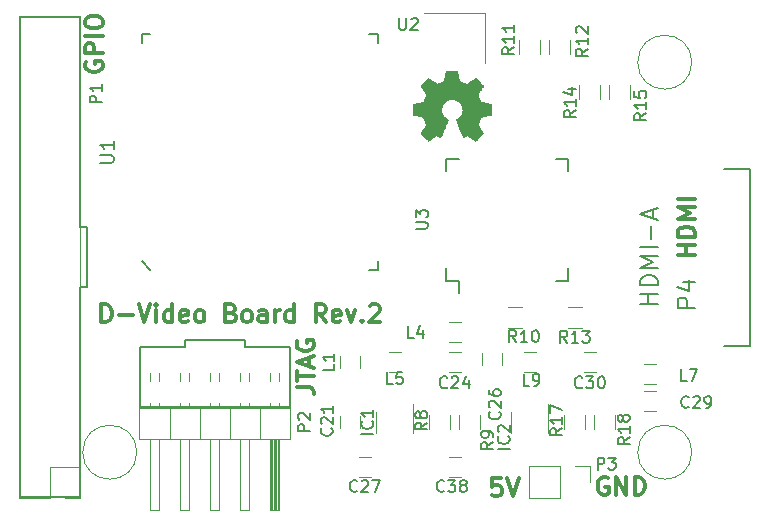
<source format=gto>
G04 #@! TF.FileFunction,Legend,Top*
%FSLAX46Y46*%
G04 Gerber Fmt 4.6, Leading zero omitted, Abs format (unit mm)*
G04 Created by KiCad (PCBNEW 4.0.4-stable) date 04/10/17 21:25:14*
%MOMM*%
%LPD*%
G01*
G04 APERTURE LIST*
%ADD10C,0.100000*%
%ADD11C,0.300000*%
%ADD12C,0.200000*%
%ADD13C,0.150000*%
%ADD14C,0.120000*%
%ADD15C,0.203200*%
%ADD16C,0.010000*%
G04 APERTURE END LIST*
D10*
D11*
X113605571Y-75791000D02*
X114677000Y-75791000D01*
X114891286Y-75862428D01*
X115034143Y-76005285D01*
X115105571Y-76219571D01*
X115105571Y-76362428D01*
X113605571Y-75291000D02*
X113605571Y-74433857D01*
X115105571Y-74862428D02*
X113605571Y-74862428D01*
X114677000Y-74005286D02*
X114677000Y-73291000D01*
X115105571Y-74148143D02*
X113605571Y-73648143D01*
X115105571Y-73148143D01*
X113677000Y-71862429D02*
X113605571Y-72005286D01*
X113605571Y-72219572D01*
X113677000Y-72433857D01*
X113819857Y-72576715D01*
X113962714Y-72648143D01*
X114248429Y-72719572D01*
X114462714Y-72719572D01*
X114748429Y-72648143D01*
X114891286Y-72576715D01*
X115034143Y-72433857D01*
X115105571Y-72219572D01*
X115105571Y-72076715D01*
X115034143Y-71862429D01*
X114962714Y-71791000D01*
X114462714Y-71791000D01*
X114462714Y-72076715D01*
X95770000Y-48236000D02*
X95698571Y-48378857D01*
X95698571Y-48593143D01*
X95770000Y-48807428D01*
X95912857Y-48950286D01*
X96055714Y-49021714D01*
X96341429Y-49093143D01*
X96555714Y-49093143D01*
X96841429Y-49021714D01*
X96984286Y-48950286D01*
X97127143Y-48807428D01*
X97198571Y-48593143D01*
X97198571Y-48450286D01*
X97127143Y-48236000D01*
X97055714Y-48164571D01*
X96555714Y-48164571D01*
X96555714Y-48450286D01*
X97198571Y-47521714D02*
X95698571Y-47521714D01*
X95698571Y-46950286D01*
X95770000Y-46807428D01*
X95841429Y-46736000D01*
X95984286Y-46664571D01*
X96198571Y-46664571D01*
X96341429Y-46736000D01*
X96412857Y-46807428D01*
X96484286Y-46950286D01*
X96484286Y-47521714D01*
X97198571Y-46021714D02*
X95698571Y-46021714D01*
X95698571Y-45021714D02*
X95698571Y-44736000D01*
X95770000Y-44593142D01*
X95912857Y-44450285D01*
X96198571Y-44378857D01*
X96698571Y-44378857D01*
X96984286Y-44450285D01*
X97127143Y-44593142D01*
X97198571Y-44736000D01*
X97198571Y-45021714D01*
X97127143Y-45164571D01*
X96984286Y-45307428D01*
X96698571Y-45378857D01*
X96198571Y-45378857D01*
X95912857Y-45307428D01*
X95770000Y-45164571D01*
X95698571Y-45021714D01*
X97089001Y-70274571D02*
X97089001Y-68774571D01*
X97446144Y-68774571D01*
X97660429Y-68846000D01*
X97803287Y-68988857D01*
X97874715Y-69131714D01*
X97946144Y-69417429D01*
X97946144Y-69631714D01*
X97874715Y-69917429D01*
X97803287Y-70060286D01*
X97660429Y-70203143D01*
X97446144Y-70274571D01*
X97089001Y-70274571D01*
X98589001Y-69703143D02*
X99731858Y-69703143D01*
X100231858Y-68774571D02*
X100731858Y-70274571D01*
X101231858Y-68774571D01*
X101731858Y-70274571D02*
X101731858Y-69274571D01*
X101731858Y-68774571D02*
X101660429Y-68846000D01*
X101731858Y-68917429D01*
X101803286Y-68846000D01*
X101731858Y-68774571D01*
X101731858Y-68917429D01*
X103089001Y-70274571D02*
X103089001Y-68774571D01*
X103089001Y-70203143D02*
X102946144Y-70274571D01*
X102660430Y-70274571D01*
X102517572Y-70203143D01*
X102446144Y-70131714D01*
X102374715Y-69988857D01*
X102374715Y-69560286D01*
X102446144Y-69417429D01*
X102517572Y-69346000D01*
X102660430Y-69274571D01*
X102946144Y-69274571D01*
X103089001Y-69346000D01*
X104374715Y-70203143D02*
X104231858Y-70274571D01*
X103946144Y-70274571D01*
X103803287Y-70203143D01*
X103731858Y-70060286D01*
X103731858Y-69488857D01*
X103803287Y-69346000D01*
X103946144Y-69274571D01*
X104231858Y-69274571D01*
X104374715Y-69346000D01*
X104446144Y-69488857D01*
X104446144Y-69631714D01*
X103731858Y-69774571D01*
X105303287Y-70274571D02*
X105160429Y-70203143D01*
X105089001Y-70131714D01*
X105017572Y-69988857D01*
X105017572Y-69560286D01*
X105089001Y-69417429D01*
X105160429Y-69346000D01*
X105303287Y-69274571D01*
X105517572Y-69274571D01*
X105660429Y-69346000D01*
X105731858Y-69417429D01*
X105803287Y-69560286D01*
X105803287Y-69988857D01*
X105731858Y-70131714D01*
X105660429Y-70203143D01*
X105517572Y-70274571D01*
X105303287Y-70274571D01*
X108089001Y-69488857D02*
X108303287Y-69560286D01*
X108374715Y-69631714D01*
X108446144Y-69774571D01*
X108446144Y-69988857D01*
X108374715Y-70131714D01*
X108303287Y-70203143D01*
X108160429Y-70274571D01*
X107589001Y-70274571D01*
X107589001Y-68774571D01*
X108089001Y-68774571D01*
X108231858Y-68846000D01*
X108303287Y-68917429D01*
X108374715Y-69060286D01*
X108374715Y-69203143D01*
X108303287Y-69346000D01*
X108231858Y-69417429D01*
X108089001Y-69488857D01*
X107589001Y-69488857D01*
X109303287Y-70274571D02*
X109160429Y-70203143D01*
X109089001Y-70131714D01*
X109017572Y-69988857D01*
X109017572Y-69560286D01*
X109089001Y-69417429D01*
X109160429Y-69346000D01*
X109303287Y-69274571D01*
X109517572Y-69274571D01*
X109660429Y-69346000D01*
X109731858Y-69417429D01*
X109803287Y-69560286D01*
X109803287Y-69988857D01*
X109731858Y-70131714D01*
X109660429Y-70203143D01*
X109517572Y-70274571D01*
X109303287Y-70274571D01*
X111089001Y-70274571D02*
X111089001Y-69488857D01*
X111017572Y-69346000D01*
X110874715Y-69274571D01*
X110589001Y-69274571D01*
X110446144Y-69346000D01*
X111089001Y-70203143D02*
X110946144Y-70274571D01*
X110589001Y-70274571D01*
X110446144Y-70203143D01*
X110374715Y-70060286D01*
X110374715Y-69917429D01*
X110446144Y-69774571D01*
X110589001Y-69703143D01*
X110946144Y-69703143D01*
X111089001Y-69631714D01*
X111803287Y-70274571D02*
X111803287Y-69274571D01*
X111803287Y-69560286D02*
X111874715Y-69417429D01*
X111946144Y-69346000D01*
X112089001Y-69274571D01*
X112231858Y-69274571D01*
X113374715Y-70274571D02*
X113374715Y-68774571D01*
X113374715Y-70203143D02*
X113231858Y-70274571D01*
X112946144Y-70274571D01*
X112803286Y-70203143D01*
X112731858Y-70131714D01*
X112660429Y-69988857D01*
X112660429Y-69560286D01*
X112731858Y-69417429D01*
X112803286Y-69346000D01*
X112946144Y-69274571D01*
X113231858Y-69274571D01*
X113374715Y-69346000D01*
X116089001Y-70274571D02*
X115589001Y-69560286D01*
X115231858Y-70274571D02*
X115231858Y-68774571D01*
X115803286Y-68774571D01*
X115946144Y-68846000D01*
X116017572Y-68917429D01*
X116089001Y-69060286D01*
X116089001Y-69274571D01*
X116017572Y-69417429D01*
X115946144Y-69488857D01*
X115803286Y-69560286D01*
X115231858Y-69560286D01*
X117303286Y-70203143D02*
X117160429Y-70274571D01*
X116874715Y-70274571D01*
X116731858Y-70203143D01*
X116660429Y-70060286D01*
X116660429Y-69488857D01*
X116731858Y-69346000D01*
X116874715Y-69274571D01*
X117160429Y-69274571D01*
X117303286Y-69346000D01*
X117374715Y-69488857D01*
X117374715Y-69631714D01*
X116660429Y-69774571D01*
X117874715Y-69274571D02*
X118231858Y-70274571D01*
X118589000Y-69274571D01*
X119160429Y-70131714D02*
X119231857Y-70203143D01*
X119160429Y-70274571D01*
X119089000Y-70203143D01*
X119160429Y-70131714D01*
X119160429Y-70274571D01*
X119803286Y-68917429D02*
X119874715Y-68846000D01*
X120017572Y-68774571D01*
X120374715Y-68774571D01*
X120517572Y-68846000D01*
X120589001Y-68917429D01*
X120660429Y-69060286D01*
X120660429Y-69203143D01*
X120589001Y-69417429D01*
X119731858Y-70274571D01*
X120660429Y-70274571D01*
X139954143Y-83451000D02*
X139811286Y-83379571D01*
X139597000Y-83379571D01*
X139382715Y-83451000D01*
X139239857Y-83593857D01*
X139168429Y-83736714D01*
X139097000Y-84022429D01*
X139097000Y-84236714D01*
X139168429Y-84522429D01*
X139239857Y-84665286D01*
X139382715Y-84808143D01*
X139597000Y-84879571D01*
X139739857Y-84879571D01*
X139954143Y-84808143D01*
X140025572Y-84736714D01*
X140025572Y-84236714D01*
X139739857Y-84236714D01*
X140668429Y-84879571D02*
X140668429Y-83379571D01*
X141525572Y-84879571D01*
X141525572Y-83379571D01*
X142239858Y-84879571D02*
X142239858Y-83379571D01*
X142597001Y-83379571D01*
X142811286Y-83451000D01*
X142954144Y-83593857D01*
X143025572Y-83736714D01*
X143097001Y-84022429D01*
X143097001Y-84236714D01*
X143025572Y-84522429D01*
X142954144Y-84665286D01*
X142811286Y-84808143D01*
X142597001Y-84879571D01*
X142239858Y-84879571D01*
X130905287Y-83506571D02*
X130191001Y-83506571D01*
X130119572Y-84220857D01*
X130191001Y-84149429D01*
X130333858Y-84078000D01*
X130691001Y-84078000D01*
X130833858Y-84149429D01*
X130905287Y-84220857D01*
X130976715Y-84363714D01*
X130976715Y-84720857D01*
X130905287Y-84863714D01*
X130833858Y-84935143D01*
X130691001Y-85006571D01*
X130333858Y-85006571D01*
X130191001Y-84935143D01*
X130119572Y-84863714D01*
X131405286Y-83506571D02*
X131905286Y-85006571D01*
X132405286Y-83506571D01*
D12*
X100330000Y-77470000D02*
X100330000Y-72390000D01*
X113030000Y-77470000D02*
X100330000Y-77470000D01*
X113030000Y-72390000D02*
X113030000Y-77470000D01*
X109220000Y-72390000D02*
X113030000Y-72390000D01*
X109220000Y-71755000D02*
X109220000Y-72390000D01*
X104140000Y-71755000D02*
X109220000Y-71755000D01*
X104140000Y-72390000D02*
X104140000Y-71755000D01*
X100330000Y-72390000D02*
X104140000Y-72390000D01*
X90170000Y-44450000D02*
X95250000Y-44450000D01*
X90170000Y-85090000D02*
X90170000Y-44450000D01*
X95250000Y-85090000D02*
X90170000Y-85090000D01*
X95250000Y-67310000D02*
X95250000Y-85090000D01*
X95885000Y-67310000D02*
X95250000Y-67310000D01*
X95885000Y-62230000D02*
X95885000Y-67310000D01*
X95250000Y-62230000D02*
X95885000Y-62230000D01*
X95250000Y-44450000D02*
X95250000Y-62230000D01*
D11*
X147363571Y-64622857D02*
X145863571Y-64622857D01*
X146577857Y-64622857D02*
X146577857Y-63765714D01*
X147363571Y-63765714D02*
X145863571Y-63765714D01*
X147363571Y-63051428D02*
X145863571Y-63051428D01*
X145863571Y-62694285D01*
X145935000Y-62480000D01*
X146077857Y-62337142D01*
X146220714Y-62265714D01*
X146506429Y-62194285D01*
X146720714Y-62194285D01*
X147006429Y-62265714D01*
X147149286Y-62337142D01*
X147292143Y-62480000D01*
X147363571Y-62694285D01*
X147363571Y-63051428D01*
X147363571Y-61551428D02*
X145863571Y-61551428D01*
X146935000Y-61051428D01*
X145863571Y-60551428D01*
X147363571Y-60551428D01*
X147363571Y-59837142D02*
X145863571Y-59837142D01*
D13*
X126270000Y-66770000D02*
X127345000Y-66770000D01*
X126270000Y-56420000D02*
X127345000Y-56420000D01*
X136620000Y-56420000D02*
X135545000Y-56420000D01*
X136620000Y-66770000D02*
X135545000Y-66770000D01*
X126270000Y-66770000D02*
X126270000Y-65695000D01*
X136620000Y-66770000D02*
X136620000Y-65695000D01*
X136620000Y-56420000D02*
X136620000Y-57495000D01*
X126270000Y-56420000D02*
X126270000Y-57495000D01*
X127345000Y-66770000D02*
X127345000Y-67795000D01*
D14*
X100076000Y-81280000D02*
G75*
G03X100076000Y-81280000I-2286000J0D01*
G01*
X118960000Y-79240000D02*
X118960000Y-78240000D01*
X117260000Y-78240000D02*
X117260000Y-79240000D01*
X126500000Y-74510000D02*
X127500000Y-74510000D01*
X127500000Y-72810000D02*
X126500000Y-72810000D01*
X131025000Y-73906000D02*
X131025000Y-72906000D01*
X129325000Y-72906000D02*
X129325000Y-73906000D01*
X119880000Y-81700000D02*
X118880000Y-81700000D01*
X118880000Y-83400000D02*
X119880000Y-83400000D01*
X143010000Y-77812000D02*
X144010000Y-77812000D01*
X144010000Y-76112000D02*
X143010000Y-76112000D01*
X137930000Y-74510000D02*
X138930000Y-74510000D01*
X138930000Y-72810000D02*
X137930000Y-72810000D01*
X127500000Y-81700000D02*
X126500000Y-81700000D01*
X126500000Y-83400000D02*
X127500000Y-83400000D01*
X120360000Y-77860000D02*
X120360000Y-79620000D01*
X123430000Y-79620000D02*
X123430000Y-77190000D01*
X131790000Y-77860000D02*
X131790000Y-79620000D01*
X134860000Y-79620000D02*
X134860000Y-77190000D01*
X117260000Y-73160000D02*
X117260000Y-74160000D01*
X118960000Y-74160000D02*
X118960000Y-73160000D01*
X126500000Y-71970000D02*
X127500000Y-71970000D01*
X127500000Y-70270000D02*
X126500000Y-70270000D01*
X122420000Y-72810000D02*
X121420000Y-72810000D01*
X121420000Y-74510000D02*
X122420000Y-74510000D01*
X143010000Y-75526000D02*
X144010000Y-75526000D01*
X144010000Y-73826000D02*
X143010000Y-73826000D01*
X133850000Y-72810000D02*
X132850000Y-72810000D01*
X132850000Y-74510000D02*
X133850000Y-74510000D01*
X95310000Y-82550000D02*
X95310000Y-44390000D01*
X95310000Y-44390000D02*
X90110000Y-44390000D01*
X90110000Y-44390000D02*
X90110000Y-85150000D01*
X90110000Y-85150000D02*
X92710000Y-85150000D01*
X92710000Y-85150000D02*
X92710000Y-82550000D01*
X92710000Y-82550000D02*
X95310000Y-82550000D01*
X95310000Y-83820000D02*
X95310000Y-85150000D01*
X95310000Y-85150000D02*
X93980000Y-85150000D01*
X135890000Y-82490000D02*
X133290000Y-82490000D01*
X133290000Y-82490000D02*
X133290000Y-85150000D01*
X133290000Y-85150000D02*
X135890000Y-85150000D01*
X135890000Y-85150000D02*
X135890000Y-82490000D01*
X137160000Y-82490000D02*
X138490000Y-82490000D01*
X138490000Y-82490000D02*
X138490000Y-83820000D01*
D15*
X151980000Y-72270000D02*
X149810000Y-72270000D01*
X151980000Y-57270000D02*
X149810000Y-57270000D01*
X151980000Y-57270000D02*
X151980000Y-72270000D01*
D14*
X124850000Y-79340000D02*
X124850000Y-78140000D01*
X126610000Y-78140000D02*
X126610000Y-79340000D01*
X127390000Y-79340000D02*
X127390000Y-78140000D01*
X129150000Y-78140000D02*
X129150000Y-79340000D01*
X132680000Y-70730000D02*
X131480000Y-70730000D01*
X131480000Y-68970000D02*
X132680000Y-68970000D01*
X134230000Y-46390000D02*
X134230000Y-47590000D01*
X132470000Y-47590000D02*
X132470000Y-46390000D01*
X136770000Y-46390000D02*
X136770000Y-47590000D01*
X135010000Y-47590000D02*
X135010000Y-46390000D01*
X136560000Y-68970000D02*
X137760000Y-68970000D01*
X137760000Y-70730000D02*
X136560000Y-70730000D01*
X139310000Y-50200000D02*
X139310000Y-51400000D01*
X137550000Y-51400000D02*
X137550000Y-50200000D01*
X141850000Y-50200000D02*
X141850000Y-51400000D01*
X140090000Y-51400000D02*
X140090000Y-50200000D01*
X136280000Y-79340000D02*
X136280000Y-78140000D01*
X138040000Y-78140000D02*
X138040000Y-79340000D01*
X138820000Y-79340000D02*
X138820000Y-78140000D01*
X140580000Y-78140000D02*
X140580000Y-79340000D01*
D13*
X101240000Y-65880000D02*
X100490000Y-65130000D01*
X100490000Y-46630000D02*
X100490000Y-45880000D01*
X100490000Y-45880000D02*
X101240000Y-45880000D01*
X120490000Y-65130000D02*
X120490000Y-65880000D01*
X120490000Y-65880000D02*
X119740000Y-65880000D01*
X120490000Y-46630000D02*
X120490000Y-45880000D01*
X120490000Y-45880000D02*
X119740000Y-45880000D01*
D14*
X129600000Y-48328000D02*
X129600000Y-44128000D01*
X129600000Y-44128000D02*
X124400000Y-44128000D01*
X113090000Y-77540000D02*
X110490000Y-77540000D01*
X110490000Y-77540000D02*
X110490000Y-80160000D01*
X110490000Y-80160000D02*
X113090000Y-80160000D01*
X113090000Y-80160000D02*
X113090000Y-77540000D01*
X112140000Y-80160000D02*
X111380000Y-80160000D01*
X111380000Y-80160000D02*
X111380000Y-86160000D01*
X111380000Y-86160000D02*
X112140000Y-86160000D01*
X112140000Y-86160000D02*
X112140000Y-80160000D01*
X112140000Y-77110000D02*
X112140000Y-77540000D01*
X111380000Y-77110000D02*
X111380000Y-77540000D01*
X112140000Y-74570000D02*
X112140000Y-75290000D01*
X111380000Y-74570000D02*
X111380000Y-75290000D01*
X112020000Y-80160000D02*
X112020000Y-86160000D01*
X111900000Y-80160000D02*
X111900000Y-86160000D01*
X111780000Y-80160000D02*
X111780000Y-86160000D01*
X111660000Y-80160000D02*
X111660000Y-86160000D01*
X111540000Y-80160000D02*
X111540000Y-86160000D01*
X111420000Y-80160000D02*
X111420000Y-86160000D01*
X110490000Y-77540000D02*
X107950000Y-77540000D01*
X107950000Y-77540000D02*
X107950000Y-80160000D01*
X107950000Y-80160000D02*
X110490000Y-80160000D01*
X110490000Y-80160000D02*
X110490000Y-77540000D01*
X109600000Y-80160000D02*
X108840000Y-80160000D01*
X108840000Y-80160000D02*
X108840000Y-86160000D01*
X108840000Y-86160000D02*
X109600000Y-86160000D01*
X109600000Y-86160000D02*
X109600000Y-80160000D01*
X109600000Y-77110000D02*
X109600000Y-77540000D01*
X108840000Y-77110000D02*
X108840000Y-77540000D01*
X109600000Y-74570000D02*
X109600000Y-75290000D01*
X108840000Y-74570000D02*
X108840000Y-75290000D01*
X107950000Y-77540000D02*
X105410000Y-77540000D01*
X105410000Y-77540000D02*
X105410000Y-80160000D01*
X105410000Y-80160000D02*
X107950000Y-80160000D01*
X107950000Y-80160000D02*
X107950000Y-77540000D01*
X107060000Y-80160000D02*
X106300000Y-80160000D01*
X106300000Y-80160000D02*
X106300000Y-86160000D01*
X106300000Y-86160000D02*
X107060000Y-86160000D01*
X107060000Y-86160000D02*
X107060000Y-80160000D01*
X107060000Y-77110000D02*
X107060000Y-77540000D01*
X106300000Y-77110000D02*
X106300000Y-77540000D01*
X107060000Y-74570000D02*
X107060000Y-75290000D01*
X106300000Y-74570000D02*
X106300000Y-75290000D01*
X105410000Y-77540000D02*
X102870000Y-77540000D01*
X102870000Y-77540000D02*
X102870000Y-80160000D01*
X102870000Y-80160000D02*
X105410000Y-80160000D01*
X105410000Y-80160000D02*
X105410000Y-77540000D01*
X104520000Y-80160000D02*
X103760000Y-80160000D01*
X103760000Y-80160000D02*
X103760000Y-86160000D01*
X103760000Y-86160000D02*
X104520000Y-86160000D01*
X104520000Y-86160000D02*
X104520000Y-80160000D01*
X104520000Y-77110000D02*
X104520000Y-77540000D01*
X103760000Y-77110000D02*
X103760000Y-77540000D01*
X104520000Y-74570000D02*
X104520000Y-75290000D01*
X103760000Y-74570000D02*
X103760000Y-75290000D01*
X102870000Y-77540000D02*
X100270000Y-77540000D01*
X100270000Y-77540000D02*
X100270000Y-80160000D01*
X100270000Y-80160000D02*
X102870000Y-80160000D01*
X102870000Y-80160000D02*
X102870000Y-77540000D01*
X101980000Y-80160000D02*
X101220000Y-80160000D01*
X101220000Y-80160000D02*
X101220000Y-86160000D01*
X101220000Y-86160000D02*
X101980000Y-86160000D01*
X101980000Y-86160000D02*
X101980000Y-80160000D01*
X101980000Y-77110000D02*
X101980000Y-77540000D01*
X101220000Y-77110000D02*
X101220000Y-77540000D01*
X101980000Y-74570000D02*
X101980000Y-75290000D01*
X101220000Y-74570000D02*
X101220000Y-75290000D01*
X111760000Y-72390000D02*
X113030000Y-72390000D01*
X113030000Y-72390000D02*
X113030000Y-73660000D01*
X147066000Y-48260000D02*
G75*
G03X147066000Y-48260000I-2286000J0D01*
G01*
X147066000Y-81280000D02*
G75*
G03X147066000Y-81280000I-2286000J0D01*
G01*
D16*
G36*
X127301814Y-49411931D02*
X127385635Y-49856555D01*
X127694920Y-49984053D01*
X128004206Y-50111551D01*
X128375246Y-49859246D01*
X128479157Y-49788996D01*
X128573087Y-49726272D01*
X128652652Y-49673938D01*
X128713470Y-49634857D01*
X128751157Y-49611893D01*
X128761421Y-49606942D01*
X128779910Y-49619676D01*
X128819420Y-49654882D01*
X128875522Y-49708062D01*
X128943787Y-49774718D01*
X129019786Y-49850354D01*
X129099092Y-49930472D01*
X129177275Y-50010574D01*
X129249907Y-50086164D01*
X129312559Y-50152745D01*
X129360803Y-50205818D01*
X129390210Y-50240887D01*
X129397241Y-50252623D01*
X129387123Y-50274260D01*
X129358759Y-50321662D01*
X129315129Y-50390193D01*
X129259218Y-50475215D01*
X129194006Y-50572093D01*
X129156219Y-50627350D01*
X129087343Y-50728248D01*
X129026140Y-50819299D01*
X128975578Y-50895970D01*
X128938628Y-50953728D01*
X128918258Y-50988043D01*
X128915197Y-50995254D01*
X128922136Y-51015748D01*
X128941051Y-51063513D01*
X128969087Y-51131832D01*
X129003391Y-51213989D01*
X129041109Y-51303270D01*
X129079387Y-51392958D01*
X129115370Y-51476338D01*
X129146206Y-51546694D01*
X129169039Y-51597310D01*
X129181017Y-51621471D01*
X129181724Y-51622422D01*
X129200531Y-51627036D01*
X129250618Y-51637328D01*
X129326793Y-51652287D01*
X129423865Y-51670901D01*
X129536643Y-51692159D01*
X129602442Y-51704418D01*
X129722950Y-51727362D01*
X129831797Y-51749195D01*
X129923476Y-51768722D01*
X129992481Y-51784748D01*
X130033304Y-51796079D01*
X130041511Y-51799674D01*
X130049548Y-51824006D01*
X130056033Y-51878959D01*
X130060970Y-51958108D01*
X130064364Y-52055026D01*
X130066218Y-52163287D01*
X130066538Y-52276465D01*
X130065327Y-52388135D01*
X130062590Y-52491868D01*
X130058331Y-52581241D01*
X130052555Y-52649826D01*
X130045267Y-52691197D01*
X130040895Y-52699810D01*
X130014764Y-52710133D01*
X129959393Y-52724892D01*
X129882107Y-52742352D01*
X129790230Y-52760780D01*
X129758158Y-52766741D01*
X129603524Y-52795066D01*
X129481375Y-52817876D01*
X129387673Y-52836080D01*
X129318384Y-52850583D01*
X129269471Y-52862292D01*
X129236897Y-52872115D01*
X129216628Y-52880956D01*
X129204626Y-52889724D01*
X129202947Y-52891457D01*
X129186184Y-52919371D01*
X129160614Y-52973695D01*
X129128788Y-53047777D01*
X129093260Y-53134965D01*
X129056583Y-53228608D01*
X129021311Y-53322052D01*
X128989996Y-53408647D01*
X128965193Y-53481740D01*
X128949454Y-53534678D01*
X128945332Y-53560811D01*
X128945676Y-53561726D01*
X128959641Y-53583086D01*
X128991322Y-53630084D01*
X129037391Y-53697827D01*
X129094518Y-53781423D01*
X129159373Y-53875982D01*
X129177843Y-53902854D01*
X129243699Y-54000275D01*
X129301650Y-54089163D01*
X129348538Y-54164412D01*
X129381207Y-54220920D01*
X129396500Y-54253581D01*
X129397241Y-54257593D01*
X129384392Y-54278684D01*
X129348888Y-54320464D01*
X129295293Y-54378445D01*
X129228171Y-54448135D01*
X129152087Y-54525045D01*
X129071604Y-54604683D01*
X128991287Y-54682561D01*
X128915699Y-54754186D01*
X128849405Y-54815070D01*
X128796969Y-54860721D01*
X128762955Y-54886650D01*
X128753545Y-54890883D01*
X128731643Y-54880912D01*
X128686800Y-54854020D01*
X128626321Y-54814736D01*
X128579789Y-54783117D01*
X128495475Y-54725098D01*
X128395626Y-54656784D01*
X128295473Y-54588579D01*
X128241627Y-54552075D01*
X128059371Y-54428800D01*
X127906381Y-54511520D01*
X127836682Y-54547759D01*
X127777414Y-54575926D01*
X127737311Y-54591991D01*
X127727103Y-54594226D01*
X127714829Y-54577722D01*
X127690613Y-54531082D01*
X127656263Y-54458609D01*
X127613588Y-54364606D01*
X127564394Y-54253374D01*
X127510490Y-54129215D01*
X127453684Y-53996432D01*
X127395782Y-53859327D01*
X127338593Y-53722202D01*
X127283924Y-53589358D01*
X127233584Y-53465098D01*
X127189380Y-53353725D01*
X127153119Y-53259539D01*
X127126609Y-53186844D01*
X127111658Y-53139941D01*
X127109254Y-53123833D01*
X127128311Y-53103286D01*
X127170036Y-53069933D01*
X127225706Y-53030702D01*
X127230378Y-53027599D01*
X127374264Y-52912423D01*
X127490283Y-52778053D01*
X127577430Y-52628784D01*
X127634699Y-52468913D01*
X127661086Y-52302737D01*
X127655585Y-52134552D01*
X127617190Y-51968655D01*
X127544895Y-51809342D01*
X127523626Y-51774487D01*
X127412996Y-51633737D01*
X127282302Y-51520714D01*
X127136064Y-51436003D01*
X126978808Y-51380194D01*
X126815057Y-51353874D01*
X126649333Y-51357630D01*
X126486162Y-51392050D01*
X126330065Y-51457723D01*
X126185567Y-51555235D01*
X126140869Y-51594813D01*
X126027112Y-51718703D01*
X125944218Y-51849124D01*
X125887356Y-51995315D01*
X125855687Y-52140088D01*
X125847869Y-52302860D01*
X125873938Y-52466440D01*
X125931245Y-52625298D01*
X126017144Y-52773906D01*
X126128986Y-52906735D01*
X126264123Y-53018256D01*
X126281883Y-53030011D01*
X126338150Y-53068508D01*
X126380923Y-53101863D01*
X126401372Y-53123160D01*
X126401669Y-53123833D01*
X126397279Y-53146871D01*
X126379876Y-53199157D01*
X126351268Y-53276390D01*
X126313265Y-53374268D01*
X126267674Y-53488491D01*
X126216303Y-53614758D01*
X126160962Y-53748767D01*
X126103458Y-53886218D01*
X126045601Y-54022808D01*
X125989198Y-54154237D01*
X125936058Y-54276205D01*
X125887990Y-54384409D01*
X125846801Y-54474549D01*
X125814301Y-54542323D01*
X125792297Y-54583430D01*
X125783436Y-54594226D01*
X125756360Y-54585819D01*
X125705697Y-54563272D01*
X125640183Y-54530613D01*
X125604159Y-54511520D01*
X125451168Y-54428800D01*
X125268912Y-54552075D01*
X125175875Y-54615228D01*
X125074015Y-54684727D01*
X124978562Y-54750165D01*
X124930750Y-54783117D01*
X124863505Y-54828273D01*
X124806564Y-54864057D01*
X124767354Y-54885938D01*
X124754619Y-54890563D01*
X124736083Y-54878085D01*
X124695059Y-54843252D01*
X124635525Y-54789678D01*
X124561458Y-54720983D01*
X124476835Y-54640781D01*
X124423315Y-54589286D01*
X124329681Y-54497286D01*
X124248759Y-54414999D01*
X124183823Y-54345945D01*
X124138142Y-54293644D01*
X124114989Y-54261616D01*
X124112768Y-54255116D01*
X124123076Y-54230394D01*
X124151561Y-54180405D01*
X124195063Y-54110212D01*
X124250423Y-54024875D01*
X124314480Y-53929456D01*
X124332697Y-53902854D01*
X124399073Y-53806167D01*
X124458622Y-53719117D01*
X124508016Y-53646595D01*
X124543925Y-53593493D01*
X124563019Y-53564703D01*
X124564864Y-53561726D01*
X124562105Y-53538782D01*
X124547462Y-53488336D01*
X124523487Y-53417041D01*
X124492734Y-53331547D01*
X124457756Y-53238507D01*
X124421107Y-53144574D01*
X124385339Y-53056399D01*
X124353006Y-52980634D01*
X124326662Y-52923931D01*
X124308858Y-52892943D01*
X124307593Y-52891457D01*
X124296706Y-52882601D01*
X124278318Y-52873843D01*
X124248394Y-52864277D01*
X124202897Y-52852996D01*
X124137791Y-52839093D01*
X124049039Y-52821663D01*
X123932607Y-52799798D01*
X123784458Y-52772591D01*
X123752382Y-52766741D01*
X123657314Y-52748374D01*
X123574435Y-52730405D01*
X123511070Y-52714569D01*
X123474542Y-52702600D01*
X123469644Y-52699810D01*
X123461573Y-52675072D01*
X123455013Y-52619790D01*
X123449967Y-52540389D01*
X123446441Y-52443296D01*
X123444439Y-52334938D01*
X123443964Y-52221740D01*
X123445023Y-52110128D01*
X123447618Y-52006529D01*
X123451754Y-51917368D01*
X123457437Y-51849072D01*
X123464669Y-51808066D01*
X123469029Y-51799674D01*
X123493302Y-51791208D01*
X123548574Y-51777435D01*
X123629338Y-51759550D01*
X123730088Y-51738748D01*
X123845317Y-51716223D01*
X123908098Y-51704418D01*
X124027213Y-51682151D01*
X124133435Y-51661979D01*
X124221573Y-51644915D01*
X124286434Y-51631969D01*
X124322826Y-51624155D01*
X124328816Y-51622422D01*
X124338939Y-51602890D01*
X124360338Y-51555843D01*
X124390161Y-51488003D01*
X124425555Y-51406091D01*
X124463668Y-51316828D01*
X124501647Y-51226935D01*
X124536640Y-51143135D01*
X124565794Y-51072147D01*
X124586257Y-51020694D01*
X124595177Y-50995497D01*
X124595343Y-50994396D01*
X124585231Y-50974519D01*
X124556883Y-50928777D01*
X124513277Y-50861717D01*
X124457394Y-50777884D01*
X124392213Y-50681826D01*
X124354321Y-50626650D01*
X124285275Y-50525481D01*
X124223950Y-50433630D01*
X124173337Y-50355744D01*
X124136429Y-50296469D01*
X124116218Y-50260451D01*
X124113299Y-50252377D01*
X124125847Y-50233584D01*
X124160537Y-50193457D01*
X124212937Y-50136493D01*
X124278616Y-50067185D01*
X124353144Y-49990031D01*
X124432087Y-49909525D01*
X124511017Y-49830163D01*
X124585500Y-49756440D01*
X124651106Y-49692852D01*
X124703404Y-49643894D01*
X124737961Y-49614061D01*
X124749522Y-49606942D01*
X124768346Y-49616953D01*
X124813369Y-49645078D01*
X124880213Y-49688454D01*
X124964501Y-49744218D01*
X125061856Y-49809506D01*
X125135293Y-49859246D01*
X125506333Y-50111551D01*
X126124905Y-49856555D01*
X126208725Y-49411931D01*
X126292546Y-48967307D01*
X127217994Y-48967307D01*
X127301814Y-49411931D01*
X127301814Y-49411931D01*
G37*
X127301814Y-49411931D02*
X127385635Y-49856555D01*
X127694920Y-49984053D01*
X128004206Y-50111551D01*
X128375246Y-49859246D01*
X128479157Y-49788996D01*
X128573087Y-49726272D01*
X128652652Y-49673938D01*
X128713470Y-49634857D01*
X128751157Y-49611893D01*
X128761421Y-49606942D01*
X128779910Y-49619676D01*
X128819420Y-49654882D01*
X128875522Y-49708062D01*
X128943787Y-49774718D01*
X129019786Y-49850354D01*
X129099092Y-49930472D01*
X129177275Y-50010574D01*
X129249907Y-50086164D01*
X129312559Y-50152745D01*
X129360803Y-50205818D01*
X129390210Y-50240887D01*
X129397241Y-50252623D01*
X129387123Y-50274260D01*
X129358759Y-50321662D01*
X129315129Y-50390193D01*
X129259218Y-50475215D01*
X129194006Y-50572093D01*
X129156219Y-50627350D01*
X129087343Y-50728248D01*
X129026140Y-50819299D01*
X128975578Y-50895970D01*
X128938628Y-50953728D01*
X128918258Y-50988043D01*
X128915197Y-50995254D01*
X128922136Y-51015748D01*
X128941051Y-51063513D01*
X128969087Y-51131832D01*
X129003391Y-51213989D01*
X129041109Y-51303270D01*
X129079387Y-51392958D01*
X129115370Y-51476338D01*
X129146206Y-51546694D01*
X129169039Y-51597310D01*
X129181017Y-51621471D01*
X129181724Y-51622422D01*
X129200531Y-51627036D01*
X129250618Y-51637328D01*
X129326793Y-51652287D01*
X129423865Y-51670901D01*
X129536643Y-51692159D01*
X129602442Y-51704418D01*
X129722950Y-51727362D01*
X129831797Y-51749195D01*
X129923476Y-51768722D01*
X129992481Y-51784748D01*
X130033304Y-51796079D01*
X130041511Y-51799674D01*
X130049548Y-51824006D01*
X130056033Y-51878959D01*
X130060970Y-51958108D01*
X130064364Y-52055026D01*
X130066218Y-52163287D01*
X130066538Y-52276465D01*
X130065327Y-52388135D01*
X130062590Y-52491868D01*
X130058331Y-52581241D01*
X130052555Y-52649826D01*
X130045267Y-52691197D01*
X130040895Y-52699810D01*
X130014764Y-52710133D01*
X129959393Y-52724892D01*
X129882107Y-52742352D01*
X129790230Y-52760780D01*
X129758158Y-52766741D01*
X129603524Y-52795066D01*
X129481375Y-52817876D01*
X129387673Y-52836080D01*
X129318384Y-52850583D01*
X129269471Y-52862292D01*
X129236897Y-52872115D01*
X129216628Y-52880956D01*
X129204626Y-52889724D01*
X129202947Y-52891457D01*
X129186184Y-52919371D01*
X129160614Y-52973695D01*
X129128788Y-53047777D01*
X129093260Y-53134965D01*
X129056583Y-53228608D01*
X129021311Y-53322052D01*
X128989996Y-53408647D01*
X128965193Y-53481740D01*
X128949454Y-53534678D01*
X128945332Y-53560811D01*
X128945676Y-53561726D01*
X128959641Y-53583086D01*
X128991322Y-53630084D01*
X129037391Y-53697827D01*
X129094518Y-53781423D01*
X129159373Y-53875982D01*
X129177843Y-53902854D01*
X129243699Y-54000275D01*
X129301650Y-54089163D01*
X129348538Y-54164412D01*
X129381207Y-54220920D01*
X129396500Y-54253581D01*
X129397241Y-54257593D01*
X129384392Y-54278684D01*
X129348888Y-54320464D01*
X129295293Y-54378445D01*
X129228171Y-54448135D01*
X129152087Y-54525045D01*
X129071604Y-54604683D01*
X128991287Y-54682561D01*
X128915699Y-54754186D01*
X128849405Y-54815070D01*
X128796969Y-54860721D01*
X128762955Y-54886650D01*
X128753545Y-54890883D01*
X128731643Y-54880912D01*
X128686800Y-54854020D01*
X128626321Y-54814736D01*
X128579789Y-54783117D01*
X128495475Y-54725098D01*
X128395626Y-54656784D01*
X128295473Y-54588579D01*
X128241627Y-54552075D01*
X128059371Y-54428800D01*
X127906381Y-54511520D01*
X127836682Y-54547759D01*
X127777414Y-54575926D01*
X127737311Y-54591991D01*
X127727103Y-54594226D01*
X127714829Y-54577722D01*
X127690613Y-54531082D01*
X127656263Y-54458609D01*
X127613588Y-54364606D01*
X127564394Y-54253374D01*
X127510490Y-54129215D01*
X127453684Y-53996432D01*
X127395782Y-53859327D01*
X127338593Y-53722202D01*
X127283924Y-53589358D01*
X127233584Y-53465098D01*
X127189380Y-53353725D01*
X127153119Y-53259539D01*
X127126609Y-53186844D01*
X127111658Y-53139941D01*
X127109254Y-53123833D01*
X127128311Y-53103286D01*
X127170036Y-53069933D01*
X127225706Y-53030702D01*
X127230378Y-53027599D01*
X127374264Y-52912423D01*
X127490283Y-52778053D01*
X127577430Y-52628784D01*
X127634699Y-52468913D01*
X127661086Y-52302737D01*
X127655585Y-52134552D01*
X127617190Y-51968655D01*
X127544895Y-51809342D01*
X127523626Y-51774487D01*
X127412996Y-51633737D01*
X127282302Y-51520714D01*
X127136064Y-51436003D01*
X126978808Y-51380194D01*
X126815057Y-51353874D01*
X126649333Y-51357630D01*
X126486162Y-51392050D01*
X126330065Y-51457723D01*
X126185567Y-51555235D01*
X126140869Y-51594813D01*
X126027112Y-51718703D01*
X125944218Y-51849124D01*
X125887356Y-51995315D01*
X125855687Y-52140088D01*
X125847869Y-52302860D01*
X125873938Y-52466440D01*
X125931245Y-52625298D01*
X126017144Y-52773906D01*
X126128986Y-52906735D01*
X126264123Y-53018256D01*
X126281883Y-53030011D01*
X126338150Y-53068508D01*
X126380923Y-53101863D01*
X126401372Y-53123160D01*
X126401669Y-53123833D01*
X126397279Y-53146871D01*
X126379876Y-53199157D01*
X126351268Y-53276390D01*
X126313265Y-53374268D01*
X126267674Y-53488491D01*
X126216303Y-53614758D01*
X126160962Y-53748767D01*
X126103458Y-53886218D01*
X126045601Y-54022808D01*
X125989198Y-54154237D01*
X125936058Y-54276205D01*
X125887990Y-54384409D01*
X125846801Y-54474549D01*
X125814301Y-54542323D01*
X125792297Y-54583430D01*
X125783436Y-54594226D01*
X125756360Y-54585819D01*
X125705697Y-54563272D01*
X125640183Y-54530613D01*
X125604159Y-54511520D01*
X125451168Y-54428800D01*
X125268912Y-54552075D01*
X125175875Y-54615228D01*
X125074015Y-54684727D01*
X124978562Y-54750165D01*
X124930750Y-54783117D01*
X124863505Y-54828273D01*
X124806564Y-54864057D01*
X124767354Y-54885938D01*
X124754619Y-54890563D01*
X124736083Y-54878085D01*
X124695059Y-54843252D01*
X124635525Y-54789678D01*
X124561458Y-54720983D01*
X124476835Y-54640781D01*
X124423315Y-54589286D01*
X124329681Y-54497286D01*
X124248759Y-54414999D01*
X124183823Y-54345945D01*
X124138142Y-54293644D01*
X124114989Y-54261616D01*
X124112768Y-54255116D01*
X124123076Y-54230394D01*
X124151561Y-54180405D01*
X124195063Y-54110212D01*
X124250423Y-54024875D01*
X124314480Y-53929456D01*
X124332697Y-53902854D01*
X124399073Y-53806167D01*
X124458622Y-53719117D01*
X124508016Y-53646595D01*
X124543925Y-53593493D01*
X124563019Y-53564703D01*
X124564864Y-53561726D01*
X124562105Y-53538782D01*
X124547462Y-53488336D01*
X124523487Y-53417041D01*
X124492734Y-53331547D01*
X124457756Y-53238507D01*
X124421107Y-53144574D01*
X124385339Y-53056399D01*
X124353006Y-52980634D01*
X124326662Y-52923931D01*
X124308858Y-52892943D01*
X124307593Y-52891457D01*
X124296706Y-52882601D01*
X124278318Y-52873843D01*
X124248394Y-52864277D01*
X124202897Y-52852996D01*
X124137791Y-52839093D01*
X124049039Y-52821663D01*
X123932607Y-52799798D01*
X123784458Y-52772591D01*
X123752382Y-52766741D01*
X123657314Y-52748374D01*
X123574435Y-52730405D01*
X123511070Y-52714569D01*
X123474542Y-52702600D01*
X123469644Y-52699810D01*
X123461573Y-52675072D01*
X123455013Y-52619790D01*
X123449967Y-52540389D01*
X123446441Y-52443296D01*
X123444439Y-52334938D01*
X123443964Y-52221740D01*
X123445023Y-52110128D01*
X123447618Y-52006529D01*
X123451754Y-51917368D01*
X123457437Y-51849072D01*
X123464669Y-51808066D01*
X123469029Y-51799674D01*
X123493302Y-51791208D01*
X123548574Y-51777435D01*
X123629338Y-51759550D01*
X123730088Y-51738748D01*
X123845317Y-51716223D01*
X123908098Y-51704418D01*
X124027213Y-51682151D01*
X124133435Y-51661979D01*
X124221573Y-51644915D01*
X124286434Y-51631969D01*
X124322826Y-51624155D01*
X124328816Y-51622422D01*
X124338939Y-51602890D01*
X124360338Y-51555843D01*
X124390161Y-51488003D01*
X124425555Y-51406091D01*
X124463668Y-51316828D01*
X124501647Y-51226935D01*
X124536640Y-51143135D01*
X124565794Y-51072147D01*
X124586257Y-51020694D01*
X124595177Y-50995497D01*
X124595343Y-50994396D01*
X124585231Y-50974519D01*
X124556883Y-50928777D01*
X124513277Y-50861717D01*
X124457394Y-50777884D01*
X124392213Y-50681826D01*
X124354321Y-50626650D01*
X124285275Y-50525481D01*
X124223950Y-50433630D01*
X124173337Y-50355744D01*
X124136429Y-50296469D01*
X124116218Y-50260451D01*
X124113299Y-50252377D01*
X124125847Y-50233584D01*
X124160537Y-50193457D01*
X124212937Y-50136493D01*
X124278616Y-50067185D01*
X124353144Y-49990031D01*
X124432087Y-49909525D01*
X124511017Y-49830163D01*
X124585500Y-49756440D01*
X124651106Y-49692852D01*
X124703404Y-49643894D01*
X124737961Y-49614061D01*
X124749522Y-49606942D01*
X124768346Y-49616953D01*
X124813369Y-49645078D01*
X124880213Y-49688454D01*
X124964501Y-49744218D01*
X125061856Y-49809506D01*
X125135293Y-49859246D01*
X125506333Y-50111551D01*
X126124905Y-49856555D01*
X126208725Y-49411931D01*
X126292546Y-48967307D01*
X127217994Y-48967307D01*
X127301814Y-49411931D01*
D13*
X123697381Y-62356905D02*
X124506905Y-62356905D01*
X124602143Y-62309286D01*
X124649762Y-62261667D01*
X124697381Y-62166429D01*
X124697381Y-61975952D01*
X124649762Y-61880714D01*
X124602143Y-61833095D01*
X124506905Y-61785476D01*
X123697381Y-61785476D01*
X123697381Y-61404524D02*
X123697381Y-60785476D01*
X124078333Y-61118810D01*
X124078333Y-60975952D01*
X124125952Y-60880714D01*
X124173571Y-60833095D01*
X124268810Y-60785476D01*
X124506905Y-60785476D01*
X124602143Y-60833095D01*
X124649762Y-60880714D01*
X124697381Y-60975952D01*
X124697381Y-61261667D01*
X124649762Y-61356905D01*
X124602143Y-61404524D01*
X116562143Y-79255857D02*
X116609762Y-79303476D01*
X116657381Y-79446333D01*
X116657381Y-79541571D01*
X116609762Y-79684429D01*
X116514524Y-79779667D01*
X116419286Y-79827286D01*
X116228810Y-79874905D01*
X116085952Y-79874905D01*
X115895476Y-79827286D01*
X115800238Y-79779667D01*
X115705000Y-79684429D01*
X115657381Y-79541571D01*
X115657381Y-79446333D01*
X115705000Y-79303476D01*
X115752619Y-79255857D01*
X115752619Y-78874905D02*
X115705000Y-78827286D01*
X115657381Y-78732048D01*
X115657381Y-78493952D01*
X115705000Y-78398714D01*
X115752619Y-78351095D01*
X115847857Y-78303476D01*
X115943095Y-78303476D01*
X116085952Y-78351095D01*
X116657381Y-78922524D01*
X116657381Y-78303476D01*
X116657381Y-77351095D02*
X116657381Y-77922524D01*
X116657381Y-77636810D02*
X115657381Y-77636810D01*
X115800238Y-77732048D01*
X115895476Y-77827286D01*
X115943095Y-77922524D01*
X126357143Y-75767143D02*
X126309524Y-75814762D01*
X126166667Y-75862381D01*
X126071429Y-75862381D01*
X125928571Y-75814762D01*
X125833333Y-75719524D01*
X125785714Y-75624286D01*
X125738095Y-75433810D01*
X125738095Y-75290952D01*
X125785714Y-75100476D01*
X125833333Y-75005238D01*
X125928571Y-74910000D01*
X126071429Y-74862381D01*
X126166667Y-74862381D01*
X126309524Y-74910000D01*
X126357143Y-74957619D01*
X126738095Y-74957619D02*
X126785714Y-74910000D01*
X126880952Y-74862381D01*
X127119048Y-74862381D01*
X127214286Y-74910000D01*
X127261905Y-74957619D01*
X127309524Y-75052857D01*
X127309524Y-75148095D01*
X127261905Y-75290952D01*
X126690476Y-75862381D01*
X127309524Y-75862381D01*
X128166667Y-75195714D02*
X128166667Y-75862381D01*
X127928571Y-74814762D02*
X127690476Y-75529048D01*
X128309524Y-75529048D01*
X130786143Y-77858857D02*
X130833762Y-77906476D01*
X130881381Y-78049333D01*
X130881381Y-78144571D01*
X130833762Y-78287429D01*
X130738524Y-78382667D01*
X130643286Y-78430286D01*
X130452810Y-78477905D01*
X130309952Y-78477905D01*
X130119476Y-78430286D01*
X130024238Y-78382667D01*
X129929000Y-78287429D01*
X129881381Y-78144571D01*
X129881381Y-78049333D01*
X129929000Y-77906476D01*
X129976619Y-77858857D01*
X129976619Y-77477905D02*
X129929000Y-77430286D01*
X129881381Y-77335048D01*
X129881381Y-77096952D01*
X129929000Y-77001714D01*
X129976619Y-76954095D01*
X130071857Y-76906476D01*
X130167095Y-76906476D01*
X130309952Y-76954095D01*
X130881381Y-77525524D01*
X130881381Y-76906476D01*
X129881381Y-76049333D02*
X129881381Y-76239810D01*
X129929000Y-76335048D01*
X129976619Y-76382667D01*
X130119476Y-76477905D01*
X130309952Y-76525524D01*
X130690905Y-76525524D01*
X130786143Y-76477905D01*
X130833762Y-76430286D01*
X130881381Y-76335048D01*
X130881381Y-76144571D01*
X130833762Y-76049333D01*
X130786143Y-76001714D01*
X130690905Y-75954095D01*
X130452810Y-75954095D01*
X130357571Y-76001714D01*
X130309952Y-76049333D01*
X130262333Y-76144571D01*
X130262333Y-76335048D01*
X130309952Y-76430286D01*
X130357571Y-76477905D01*
X130452810Y-76525524D01*
X118737143Y-84558143D02*
X118689524Y-84605762D01*
X118546667Y-84653381D01*
X118451429Y-84653381D01*
X118308571Y-84605762D01*
X118213333Y-84510524D01*
X118165714Y-84415286D01*
X118118095Y-84224810D01*
X118118095Y-84081952D01*
X118165714Y-83891476D01*
X118213333Y-83796238D01*
X118308571Y-83701000D01*
X118451429Y-83653381D01*
X118546667Y-83653381D01*
X118689524Y-83701000D01*
X118737143Y-83748619D01*
X119118095Y-83748619D02*
X119165714Y-83701000D01*
X119260952Y-83653381D01*
X119499048Y-83653381D01*
X119594286Y-83701000D01*
X119641905Y-83748619D01*
X119689524Y-83843857D01*
X119689524Y-83939095D01*
X119641905Y-84081952D01*
X119070476Y-84653381D01*
X119689524Y-84653381D01*
X120022857Y-83653381D02*
X120689524Y-83653381D01*
X120260952Y-84653381D01*
X146804143Y-77446143D02*
X146756524Y-77493762D01*
X146613667Y-77541381D01*
X146518429Y-77541381D01*
X146375571Y-77493762D01*
X146280333Y-77398524D01*
X146232714Y-77303286D01*
X146185095Y-77112810D01*
X146185095Y-76969952D01*
X146232714Y-76779476D01*
X146280333Y-76684238D01*
X146375571Y-76589000D01*
X146518429Y-76541381D01*
X146613667Y-76541381D01*
X146756524Y-76589000D01*
X146804143Y-76636619D01*
X147185095Y-76636619D02*
X147232714Y-76589000D01*
X147327952Y-76541381D01*
X147566048Y-76541381D01*
X147661286Y-76589000D01*
X147708905Y-76636619D01*
X147756524Y-76731857D01*
X147756524Y-76827095D01*
X147708905Y-76969952D01*
X147137476Y-77541381D01*
X147756524Y-77541381D01*
X148232714Y-77541381D02*
X148423190Y-77541381D01*
X148518429Y-77493762D01*
X148566048Y-77446143D01*
X148661286Y-77303286D01*
X148708905Y-77112810D01*
X148708905Y-76731857D01*
X148661286Y-76636619D01*
X148613667Y-76589000D01*
X148518429Y-76541381D01*
X148327952Y-76541381D01*
X148232714Y-76589000D01*
X148185095Y-76636619D01*
X148137476Y-76731857D01*
X148137476Y-76969952D01*
X148185095Y-77065190D01*
X148232714Y-77112810D01*
X148327952Y-77160429D01*
X148518429Y-77160429D01*
X148613667Y-77112810D01*
X148661286Y-77065190D01*
X148708905Y-76969952D01*
X137787143Y-75767143D02*
X137739524Y-75814762D01*
X137596667Y-75862381D01*
X137501429Y-75862381D01*
X137358571Y-75814762D01*
X137263333Y-75719524D01*
X137215714Y-75624286D01*
X137168095Y-75433810D01*
X137168095Y-75290952D01*
X137215714Y-75100476D01*
X137263333Y-75005238D01*
X137358571Y-74910000D01*
X137501429Y-74862381D01*
X137596667Y-74862381D01*
X137739524Y-74910000D01*
X137787143Y-74957619D01*
X138120476Y-74862381D02*
X138739524Y-74862381D01*
X138406190Y-75243333D01*
X138549048Y-75243333D01*
X138644286Y-75290952D01*
X138691905Y-75338571D01*
X138739524Y-75433810D01*
X138739524Y-75671905D01*
X138691905Y-75767143D01*
X138644286Y-75814762D01*
X138549048Y-75862381D01*
X138263333Y-75862381D01*
X138168095Y-75814762D01*
X138120476Y-75767143D01*
X139358571Y-74862381D02*
X139453810Y-74862381D01*
X139549048Y-74910000D01*
X139596667Y-74957619D01*
X139644286Y-75052857D01*
X139691905Y-75243333D01*
X139691905Y-75481429D01*
X139644286Y-75671905D01*
X139596667Y-75767143D01*
X139549048Y-75814762D01*
X139453810Y-75862381D01*
X139358571Y-75862381D01*
X139263333Y-75814762D01*
X139215714Y-75767143D01*
X139168095Y-75671905D01*
X139120476Y-75481429D01*
X139120476Y-75243333D01*
X139168095Y-75052857D01*
X139215714Y-74957619D01*
X139263333Y-74910000D01*
X139358571Y-74862381D01*
X126103143Y-84558143D02*
X126055524Y-84605762D01*
X125912667Y-84653381D01*
X125817429Y-84653381D01*
X125674571Y-84605762D01*
X125579333Y-84510524D01*
X125531714Y-84415286D01*
X125484095Y-84224810D01*
X125484095Y-84081952D01*
X125531714Y-83891476D01*
X125579333Y-83796238D01*
X125674571Y-83701000D01*
X125817429Y-83653381D01*
X125912667Y-83653381D01*
X126055524Y-83701000D01*
X126103143Y-83748619D01*
X126436476Y-83653381D02*
X127055524Y-83653381D01*
X126722190Y-84034333D01*
X126865048Y-84034333D01*
X126960286Y-84081952D01*
X127007905Y-84129571D01*
X127055524Y-84224810D01*
X127055524Y-84462905D01*
X127007905Y-84558143D01*
X126960286Y-84605762D01*
X126865048Y-84653381D01*
X126579333Y-84653381D01*
X126484095Y-84605762D01*
X126436476Y-84558143D01*
X127626952Y-84081952D02*
X127531714Y-84034333D01*
X127484095Y-83986714D01*
X127436476Y-83891476D01*
X127436476Y-83843857D01*
X127484095Y-83748619D01*
X127531714Y-83701000D01*
X127626952Y-83653381D01*
X127817429Y-83653381D01*
X127912667Y-83701000D01*
X127960286Y-83748619D01*
X128007905Y-83843857D01*
X128007905Y-83891476D01*
X127960286Y-83986714D01*
X127912667Y-84034333D01*
X127817429Y-84081952D01*
X127626952Y-84081952D01*
X127531714Y-84129571D01*
X127484095Y-84177190D01*
X127436476Y-84272429D01*
X127436476Y-84462905D01*
X127484095Y-84558143D01*
X127531714Y-84605762D01*
X127626952Y-84653381D01*
X127817429Y-84653381D01*
X127912667Y-84605762D01*
X127960286Y-84558143D01*
X128007905Y-84462905D01*
X128007905Y-84272429D01*
X127960286Y-84177190D01*
X127912667Y-84129571D01*
X127817429Y-84081952D01*
X120086381Y-79716190D02*
X119086381Y-79716190D01*
X119991143Y-78668571D02*
X120038762Y-78716190D01*
X120086381Y-78859047D01*
X120086381Y-78954285D01*
X120038762Y-79097143D01*
X119943524Y-79192381D01*
X119848286Y-79240000D01*
X119657810Y-79287619D01*
X119514952Y-79287619D01*
X119324476Y-79240000D01*
X119229238Y-79192381D01*
X119134000Y-79097143D01*
X119086381Y-78954285D01*
X119086381Y-78859047D01*
X119134000Y-78716190D01*
X119181619Y-78668571D01*
X120086381Y-77716190D02*
X120086381Y-78287619D01*
X120086381Y-78001905D02*
X119086381Y-78001905D01*
X119229238Y-78097143D01*
X119324476Y-78192381D01*
X119372095Y-78287619D01*
X131643381Y-80986190D02*
X130643381Y-80986190D01*
X131548143Y-79938571D02*
X131595762Y-79986190D01*
X131643381Y-80129047D01*
X131643381Y-80224285D01*
X131595762Y-80367143D01*
X131500524Y-80462381D01*
X131405286Y-80510000D01*
X131214810Y-80557619D01*
X131071952Y-80557619D01*
X130881476Y-80510000D01*
X130786238Y-80462381D01*
X130691000Y-80367143D01*
X130643381Y-80224285D01*
X130643381Y-80129047D01*
X130691000Y-79986190D01*
X130738619Y-79938571D01*
X130738619Y-79557619D02*
X130691000Y-79510000D01*
X130643381Y-79414762D01*
X130643381Y-79176666D01*
X130691000Y-79081428D01*
X130738619Y-79033809D01*
X130833857Y-78986190D01*
X130929095Y-78986190D01*
X131071952Y-79033809D01*
X131643381Y-79605238D01*
X131643381Y-78986190D01*
X116812381Y-73826666D02*
X116812381Y-74302857D01*
X115812381Y-74302857D01*
X116812381Y-72969523D02*
X116812381Y-73540952D01*
X116812381Y-73255238D02*
X115812381Y-73255238D01*
X115955238Y-73350476D01*
X116050476Y-73445714D01*
X116098095Y-73540952D01*
X123531334Y-71572381D02*
X123055143Y-71572381D01*
X123055143Y-70572381D01*
X124293239Y-70905714D02*
X124293239Y-71572381D01*
X124055143Y-70524762D02*
X123817048Y-71239048D01*
X124436096Y-71239048D01*
X121753334Y-75509381D02*
X121277143Y-75509381D01*
X121277143Y-74509381D01*
X122562858Y-74509381D02*
X122086667Y-74509381D01*
X122039048Y-74985571D01*
X122086667Y-74937952D01*
X122181905Y-74890333D01*
X122420001Y-74890333D01*
X122515239Y-74937952D01*
X122562858Y-74985571D01*
X122610477Y-75080810D01*
X122610477Y-75318905D01*
X122562858Y-75414143D01*
X122515239Y-75461762D01*
X122420001Y-75509381D01*
X122181905Y-75509381D01*
X122086667Y-75461762D01*
X122039048Y-75414143D01*
X146645334Y-75255381D02*
X146169143Y-75255381D01*
X146169143Y-74255381D01*
X146883429Y-74255381D02*
X147550096Y-74255381D01*
X147121524Y-75255381D01*
X133310334Y-75636381D02*
X132834143Y-75636381D01*
X132834143Y-74636381D01*
X133691286Y-75636381D02*
X133881762Y-75636381D01*
X133977001Y-75588762D01*
X134024620Y-75541143D01*
X134119858Y-75398286D01*
X134167477Y-75207810D01*
X134167477Y-74826857D01*
X134119858Y-74731619D01*
X134072239Y-74684000D01*
X133977001Y-74636381D01*
X133786524Y-74636381D01*
X133691286Y-74684000D01*
X133643667Y-74731619D01*
X133596048Y-74826857D01*
X133596048Y-75064952D01*
X133643667Y-75160190D01*
X133691286Y-75207810D01*
X133786524Y-75255429D01*
X133977001Y-75255429D01*
X134072239Y-75207810D01*
X134119858Y-75160190D01*
X134167477Y-75064952D01*
X97099381Y-51665095D02*
X96099381Y-51665095D01*
X96099381Y-51284142D01*
X96147000Y-51188904D01*
X96194619Y-51141285D01*
X96289857Y-51093666D01*
X96432714Y-51093666D01*
X96527952Y-51141285D01*
X96575571Y-51188904D01*
X96623190Y-51284142D01*
X96623190Y-51665095D01*
X97099381Y-50141285D02*
X97099381Y-50712714D01*
X97099381Y-50427000D02*
X96099381Y-50427000D01*
X96242238Y-50522238D01*
X96337476Y-50617476D01*
X96385095Y-50712714D01*
X139088905Y-82748381D02*
X139088905Y-81748381D01*
X139469858Y-81748381D01*
X139565096Y-81796000D01*
X139612715Y-81843619D01*
X139660334Y-81938857D01*
X139660334Y-82081714D01*
X139612715Y-82176952D01*
X139565096Y-82224571D01*
X139469858Y-82272190D01*
X139088905Y-82272190D01*
X139993667Y-81748381D02*
X140612715Y-81748381D01*
X140279381Y-82129333D01*
X140422239Y-82129333D01*
X140517477Y-82176952D01*
X140565096Y-82224571D01*
X140612715Y-82319810D01*
X140612715Y-82557905D01*
X140565096Y-82653143D01*
X140517477Y-82700762D01*
X140422239Y-82748381D01*
X140136524Y-82748381D01*
X140041286Y-82700762D01*
X139993667Y-82653143D01*
X147363571Y-69052142D02*
X145863571Y-69052142D01*
X145863571Y-68480714D01*
X145935000Y-68337856D01*
X146006429Y-68266428D01*
X146149286Y-68194999D01*
X146363571Y-68194999D01*
X146506429Y-68266428D01*
X146577857Y-68337856D01*
X146649286Y-68480714D01*
X146649286Y-69052142D01*
X146363571Y-66909285D02*
X147363571Y-66909285D01*
X145792143Y-67266428D02*
X146863571Y-67623571D01*
X146863571Y-66694999D01*
X144188571Y-68734286D02*
X142688571Y-68734286D01*
X143402857Y-68734286D02*
X143402857Y-67877143D01*
X144188571Y-67877143D02*
X142688571Y-67877143D01*
X144188571Y-67162857D02*
X142688571Y-67162857D01*
X142688571Y-66805714D01*
X142760000Y-66591429D01*
X142902857Y-66448571D01*
X143045714Y-66377143D01*
X143331429Y-66305714D01*
X143545714Y-66305714D01*
X143831429Y-66377143D01*
X143974286Y-66448571D01*
X144117143Y-66591429D01*
X144188571Y-66805714D01*
X144188571Y-67162857D01*
X144188571Y-65662857D02*
X142688571Y-65662857D01*
X143760000Y-65162857D01*
X142688571Y-64662857D01*
X144188571Y-64662857D01*
X144188571Y-63948571D02*
X142688571Y-63948571D01*
X143617143Y-63234285D02*
X143617143Y-62091428D01*
X143760000Y-61448571D02*
X143760000Y-60734285D01*
X144188571Y-61591428D02*
X142688571Y-61091428D01*
X144188571Y-60591428D01*
X124658381Y-78779666D02*
X124182190Y-79113000D01*
X124658381Y-79351095D02*
X123658381Y-79351095D01*
X123658381Y-78970142D01*
X123706000Y-78874904D01*
X123753619Y-78827285D01*
X123848857Y-78779666D01*
X123991714Y-78779666D01*
X124086952Y-78827285D01*
X124134571Y-78874904D01*
X124182190Y-78970142D01*
X124182190Y-79351095D01*
X124086952Y-78208238D02*
X124039333Y-78303476D01*
X123991714Y-78351095D01*
X123896476Y-78398714D01*
X123848857Y-78398714D01*
X123753619Y-78351095D01*
X123706000Y-78303476D01*
X123658381Y-78208238D01*
X123658381Y-78017761D01*
X123706000Y-77922523D01*
X123753619Y-77874904D01*
X123848857Y-77827285D01*
X123896476Y-77827285D01*
X123991714Y-77874904D01*
X124039333Y-77922523D01*
X124086952Y-78017761D01*
X124086952Y-78208238D01*
X124134571Y-78303476D01*
X124182190Y-78351095D01*
X124277429Y-78398714D01*
X124467905Y-78398714D01*
X124563143Y-78351095D01*
X124610762Y-78303476D01*
X124658381Y-78208238D01*
X124658381Y-78017761D01*
X124610762Y-77922523D01*
X124563143Y-77874904D01*
X124467905Y-77827285D01*
X124277429Y-77827285D01*
X124182190Y-77874904D01*
X124134571Y-77922523D01*
X124086952Y-78017761D01*
X130246381Y-80430666D02*
X129770190Y-80764000D01*
X130246381Y-81002095D02*
X129246381Y-81002095D01*
X129246381Y-80621142D01*
X129294000Y-80525904D01*
X129341619Y-80478285D01*
X129436857Y-80430666D01*
X129579714Y-80430666D01*
X129674952Y-80478285D01*
X129722571Y-80525904D01*
X129770190Y-80621142D01*
X129770190Y-81002095D01*
X130246381Y-79954476D02*
X130246381Y-79764000D01*
X130198762Y-79668761D01*
X130151143Y-79621142D01*
X130008286Y-79525904D01*
X129817810Y-79478285D01*
X129436857Y-79478285D01*
X129341619Y-79525904D01*
X129294000Y-79573523D01*
X129246381Y-79668761D01*
X129246381Y-79859238D01*
X129294000Y-79954476D01*
X129341619Y-80002095D01*
X129436857Y-80049714D01*
X129674952Y-80049714D01*
X129770190Y-80002095D01*
X129817810Y-79954476D01*
X129865429Y-79859238D01*
X129865429Y-79668761D01*
X129817810Y-79573523D01*
X129770190Y-79525904D01*
X129674952Y-79478285D01*
X132199143Y-71953381D02*
X131865809Y-71477190D01*
X131627714Y-71953381D02*
X131627714Y-70953381D01*
X132008667Y-70953381D01*
X132103905Y-71001000D01*
X132151524Y-71048619D01*
X132199143Y-71143857D01*
X132199143Y-71286714D01*
X132151524Y-71381952D01*
X132103905Y-71429571D01*
X132008667Y-71477190D01*
X131627714Y-71477190D01*
X133151524Y-71953381D02*
X132580095Y-71953381D01*
X132865809Y-71953381D02*
X132865809Y-70953381D01*
X132770571Y-71096238D01*
X132675333Y-71191476D01*
X132580095Y-71239095D01*
X133770571Y-70953381D02*
X133865810Y-70953381D01*
X133961048Y-71001000D01*
X134008667Y-71048619D01*
X134056286Y-71143857D01*
X134103905Y-71334333D01*
X134103905Y-71572429D01*
X134056286Y-71762905D01*
X134008667Y-71858143D01*
X133961048Y-71905762D01*
X133865810Y-71953381D01*
X133770571Y-71953381D01*
X133675333Y-71905762D01*
X133627714Y-71858143D01*
X133580095Y-71762905D01*
X133532476Y-71572429D01*
X133532476Y-71334333D01*
X133580095Y-71143857D01*
X133627714Y-71048619D01*
X133675333Y-71001000D01*
X133770571Y-70953381D01*
X132024381Y-46997857D02*
X131548190Y-47331191D01*
X132024381Y-47569286D02*
X131024381Y-47569286D01*
X131024381Y-47188333D01*
X131072000Y-47093095D01*
X131119619Y-47045476D01*
X131214857Y-46997857D01*
X131357714Y-46997857D01*
X131452952Y-47045476D01*
X131500571Y-47093095D01*
X131548190Y-47188333D01*
X131548190Y-47569286D01*
X132024381Y-46045476D02*
X132024381Y-46616905D01*
X132024381Y-46331191D02*
X131024381Y-46331191D01*
X131167238Y-46426429D01*
X131262476Y-46521667D01*
X131310095Y-46616905D01*
X132024381Y-45093095D02*
X132024381Y-45664524D01*
X132024381Y-45378810D02*
X131024381Y-45378810D01*
X131167238Y-45474048D01*
X131262476Y-45569286D01*
X131310095Y-45664524D01*
X138247381Y-47124857D02*
X137771190Y-47458191D01*
X138247381Y-47696286D02*
X137247381Y-47696286D01*
X137247381Y-47315333D01*
X137295000Y-47220095D01*
X137342619Y-47172476D01*
X137437857Y-47124857D01*
X137580714Y-47124857D01*
X137675952Y-47172476D01*
X137723571Y-47220095D01*
X137771190Y-47315333D01*
X137771190Y-47696286D01*
X138247381Y-46172476D02*
X138247381Y-46743905D01*
X138247381Y-46458191D02*
X137247381Y-46458191D01*
X137390238Y-46553429D01*
X137485476Y-46648667D01*
X137533095Y-46743905D01*
X137342619Y-45791524D02*
X137295000Y-45743905D01*
X137247381Y-45648667D01*
X137247381Y-45410571D01*
X137295000Y-45315333D01*
X137342619Y-45267714D01*
X137437857Y-45220095D01*
X137533095Y-45220095D01*
X137675952Y-45267714D01*
X138247381Y-45839143D01*
X138247381Y-45220095D01*
X136517143Y-72002381D02*
X136183809Y-71526190D01*
X135945714Y-72002381D02*
X135945714Y-71002381D01*
X136326667Y-71002381D01*
X136421905Y-71050000D01*
X136469524Y-71097619D01*
X136517143Y-71192857D01*
X136517143Y-71335714D01*
X136469524Y-71430952D01*
X136421905Y-71478571D01*
X136326667Y-71526190D01*
X135945714Y-71526190D01*
X137469524Y-72002381D02*
X136898095Y-72002381D01*
X137183809Y-72002381D02*
X137183809Y-71002381D01*
X137088571Y-71145238D01*
X136993333Y-71240476D01*
X136898095Y-71288095D01*
X137802857Y-71002381D02*
X138421905Y-71002381D01*
X138088571Y-71383333D01*
X138231429Y-71383333D01*
X138326667Y-71430952D01*
X138374286Y-71478571D01*
X138421905Y-71573810D01*
X138421905Y-71811905D01*
X138374286Y-71907143D01*
X138326667Y-71954762D01*
X138231429Y-72002381D01*
X137945714Y-72002381D01*
X137850476Y-71954762D01*
X137802857Y-71907143D01*
X137231381Y-52331857D02*
X136755190Y-52665191D01*
X137231381Y-52903286D02*
X136231381Y-52903286D01*
X136231381Y-52522333D01*
X136279000Y-52427095D01*
X136326619Y-52379476D01*
X136421857Y-52331857D01*
X136564714Y-52331857D01*
X136659952Y-52379476D01*
X136707571Y-52427095D01*
X136755190Y-52522333D01*
X136755190Y-52903286D01*
X137231381Y-51379476D02*
X137231381Y-51950905D01*
X137231381Y-51665191D02*
X136231381Y-51665191D01*
X136374238Y-51760429D01*
X136469476Y-51855667D01*
X136517095Y-51950905D01*
X136564714Y-50522333D02*
X137231381Y-50522333D01*
X136183762Y-50760429D02*
X136898048Y-50998524D01*
X136898048Y-50379476D01*
X143200381Y-52585857D02*
X142724190Y-52919191D01*
X143200381Y-53157286D02*
X142200381Y-53157286D01*
X142200381Y-52776333D01*
X142248000Y-52681095D01*
X142295619Y-52633476D01*
X142390857Y-52585857D01*
X142533714Y-52585857D01*
X142628952Y-52633476D01*
X142676571Y-52681095D01*
X142724190Y-52776333D01*
X142724190Y-53157286D01*
X143200381Y-51633476D02*
X143200381Y-52204905D01*
X143200381Y-51919191D02*
X142200381Y-51919191D01*
X142343238Y-52014429D01*
X142438476Y-52109667D01*
X142486095Y-52204905D01*
X142200381Y-50728714D02*
X142200381Y-51204905D01*
X142676571Y-51252524D01*
X142628952Y-51204905D01*
X142581333Y-51109667D01*
X142581333Y-50871571D01*
X142628952Y-50776333D01*
X142676571Y-50728714D01*
X142771810Y-50681095D01*
X143009905Y-50681095D01*
X143105143Y-50728714D01*
X143152762Y-50776333D01*
X143200381Y-50871571D01*
X143200381Y-51109667D01*
X143152762Y-51204905D01*
X143105143Y-51252524D01*
X136088381Y-79255857D02*
X135612190Y-79589191D01*
X136088381Y-79827286D02*
X135088381Y-79827286D01*
X135088381Y-79446333D01*
X135136000Y-79351095D01*
X135183619Y-79303476D01*
X135278857Y-79255857D01*
X135421714Y-79255857D01*
X135516952Y-79303476D01*
X135564571Y-79351095D01*
X135612190Y-79446333D01*
X135612190Y-79827286D01*
X136088381Y-78303476D02*
X136088381Y-78874905D01*
X136088381Y-78589191D02*
X135088381Y-78589191D01*
X135231238Y-78684429D01*
X135326476Y-78779667D01*
X135374095Y-78874905D01*
X135088381Y-77970143D02*
X135088381Y-77303476D01*
X136088381Y-77732048D01*
X141803381Y-80017857D02*
X141327190Y-80351191D01*
X141803381Y-80589286D02*
X140803381Y-80589286D01*
X140803381Y-80208333D01*
X140851000Y-80113095D01*
X140898619Y-80065476D01*
X140993857Y-80017857D01*
X141136714Y-80017857D01*
X141231952Y-80065476D01*
X141279571Y-80113095D01*
X141327190Y-80208333D01*
X141327190Y-80589286D01*
X141803381Y-79065476D02*
X141803381Y-79636905D01*
X141803381Y-79351191D02*
X140803381Y-79351191D01*
X140946238Y-79446429D01*
X141041476Y-79541667D01*
X141089095Y-79636905D01*
X141231952Y-78494048D02*
X141184333Y-78589286D01*
X141136714Y-78636905D01*
X141041476Y-78684524D01*
X140993857Y-78684524D01*
X140898619Y-78636905D01*
X140851000Y-78589286D01*
X140803381Y-78494048D01*
X140803381Y-78303571D01*
X140851000Y-78208333D01*
X140898619Y-78160714D01*
X140993857Y-78113095D01*
X141041476Y-78113095D01*
X141136714Y-78160714D01*
X141184333Y-78208333D01*
X141231952Y-78303571D01*
X141231952Y-78494048D01*
X141279571Y-78589286D01*
X141327190Y-78636905D01*
X141422429Y-78684524D01*
X141612905Y-78684524D01*
X141708143Y-78636905D01*
X141755762Y-78589286D01*
X141803381Y-78494048D01*
X141803381Y-78303571D01*
X141755762Y-78208333D01*
X141708143Y-78160714D01*
X141612905Y-78113095D01*
X141422429Y-78113095D01*
X141327190Y-78160714D01*
X141279571Y-78208333D01*
X141231952Y-78303571D01*
X96932857Y-56794286D02*
X97904286Y-56794286D01*
X98018571Y-56737143D01*
X98075714Y-56680000D01*
X98132857Y-56565714D01*
X98132857Y-56337143D01*
X98075714Y-56222857D01*
X98018571Y-56165714D01*
X97904286Y-56108571D01*
X96932857Y-56108571D01*
X98132857Y-54908571D02*
X98132857Y-55594286D01*
X98132857Y-55251428D02*
X96932857Y-55251428D01*
X97104286Y-55365714D01*
X97218571Y-55480000D01*
X97275714Y-55594286D01*
X122301095Y-44537381D02*
X122301095Y-45346905D01*
X122348714Y-45442143D01*
X122396333Y-45489762D01*
X122491571Y-45537381D01*
X122682048Y-45537381D01*
X122777286Y-45489762D01*
X122824905Y-45442143D01*
X122872524Y-45346905D01*
X122872524Y-44537381D01*
X123301095Y-44632619D02*
X123348714Y-44585000D01*
X123443952Y-44537381D01*
X123682048Y-44537381D01*
X123777286Y-44585000D01*
X123824905Y-44632619D01*
X123872524Y-44727857D01*
X123872524Y-44823095D01*
X123824905Y-44965952D01*
X123253476Y-45537381D01*
X123872524Y-45537381D01*
X114752381Y-79478095D02*
X113752381Y-79478095D01*
X113752381Y-79097142D01*
X113800000Y-79001904D01*
X113847619Y-78954285D01*
X113942857Y-78906666D01*
X114085714Y-78906666D01*
X114180952Y-78954285D01*
X114228571Y-79001904D01*
X114276190Y-79097142D01*
X114276190Y-79478095D01*
X113847619Y-78525714D02*
X113800000Y-78478095D01*
X113752381Y-78382857D01*
X113752381Y-78144761D01*
X113800000Y-78049523D01*
X113847619Y-78001904D01*
X113942857Y-77954285D01*
X114038095Y-77954285D01*
X114180952Y-78001904D01*
X114752381Y-78573333D01*
X114752381Y-77954285D01*
M02*

</source>
